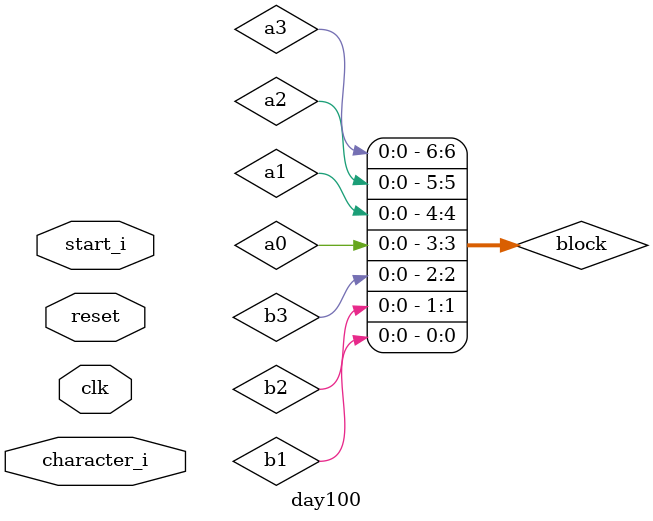
<source format=sv>
module day100 #(
  parameter MAX_CYCLES_PER_CHAR = 500
)(
  input     wire      clk,
  input     wire      reset,

  input     wire      start_i,
  input     wire[9:0] character_i
);

  localparam SPACE_CYCLES = (MAX_CYCLES_PER_CHAR/5);
  localparam MAX_VALID_CYCLES = MAX_CYCLES_PER_CHAR - (2*SPACE_CYCLES);
  localparam VERTICAL_WIDTH = SPACE_CYCLES - (SPACE_CYCLES/5);

  logic        a0;
  logic        a1;
  logic        a2;
  logic        a3;
  logic        b1;
  logic        b2;
  logic        b3;
  logic        plot_a0;
  logic        plot_a2;
  logic        plot_a3_a1;
  logic        plot_b2;
  logic        plot_b3_b1;
  logic [6:0]  block;
  logic [31:0] cnt_q;
  logic [31:0] nxt_cnt;
  logic        start_seen_q;

  always_ff @(posedge clk or posedge reset)
    if (reset)
      start_seen_q <= 1'b0;
    else if (start_i)
      start_seen_q <= 1'b1;

  assign {a3, a2, a1, a0,
              b3, b2, b1} = block;

  always_comb begin
    case (character_i)
      //Character A
      //                 a3,   a2,   a1,   a0,   b3,   b2,   b1
      10'd65: block = {1'b1, 1'b1, 1'b1, 1'b1, 1'b1, 1'b0, 1'b1};
      //Character B
      //                 a3,   a2,   a1,   a0,   b3,   b2,   b1
      10'd66: block = {1'b1, 1'b1, 1'b0, 1'b0, 1'b1, 1'b1, 1'b1};
      //Character C
      //                 a3,   a2,   a1,   a0,   b3,   b2,   b1
      10'd67: block = {1'b1, 1'b0, 1'b0, 1'b1, 1'b1, 1'b1, 1'b0};
      //Character D
      //                 a3,   a2,   a1,   a0,   b3,   b2,   b1
      10'd68: block = {1'b0, 1'b1, 1'b1, 1'b0, 1'b1, 1'b1, 1'b1};
      //Character E
      //                 a3,   a2,   a1,   a0,   b3,   b2,   b1
      10'd69: block = {1'b1, 1'b1, 1'b0, 1'b1, 1'b1, 1'b1, 1'b0};
      //Character F
      //                 a3,   a2,   a1,   a0,   b3,   b2,   b1
      10'd70: block = {1'b1, 1'b1, 1'b0, 1'b1, 1'b1, 1'b0, 1'b0};
      //Character G
      //                 a3,   a2,   a1,   a0,   b3,   b2,   b1
      10'd71: block = {1'b1, 1'b0, 1'b0, 1'b1, 1'b1, 1'b1, 1'b1};
      //Character H
      //                 a3,   a2,   a1,   a0,   b3,   b2,   b1
      10'd72: block = {1'b1, 1'b1, 1'b1, 1'b0, 1'b1, 1'b0, 1'b1};
      //Character I
      //                 a3,   a2,   a1,   a0,   b3,   b2,   b1
      10'd73: block = {1'b1, 1'b0, 1'b0, 1'b0, 1'b1, 1'b0, 1'b0};
      //Character J
      //                 a3,   a2,   a1,   a0,   b3,   b2,   b1
      10'd74: block = {1'b0, 1'b0, 1'b1, 1'b0, 1'b0, 1'b1, 1'b1};
      //Character K
      //                 a3,   a2,   a1,   a0,   b3,   b2,   b1
      10'd75: block = {1'b1, 1'b1, 1'b0, 1'b1, 1'b1, 1'b0, 1'b1};
      //Character L
      //                 a3,   a2,   a1,   a0,   b3,   b2,   b1
      10'd76: block = {1'b1, 1'b0, 1'b0, 1'b0, 1'b1, 1'b1, 1'b0};
      //Character M
      //                 a3,   a2,   a1,   a0,   b3,   b2,   b1
      10'd77: block = {1'b0, 1'b1, 1'b0, 1'b1, 1'b1, 1'b0, 1'b1};
      //Character N
      //                 a3,   a2,   a1,   a0,   b3,   b2,   b1
      10'd78: block = {1'b0, 1'b1, 1'b0, 1'b0, 1'b1, 1'b0, 1'b1};
      //Character O
      //                 a3,   a2,   a1,   a0,   b3,   b2,   b1
      10'd79: block = {1'b0, 1'b1, 1'b0, 1'b0, 1'b1, 1'b1, 1'b1};
      //Character P
      //                 a3,   a2,   a1,   a0,   b3,   b2,   b1
      10'd80: block = {1'b1, 1'b1, 1'b1, 1'b1, 1'b1, 1'b0, 1'b0};
      //Character Q
      //                 a3,   a2,   a1,   a0,   b3,   b2,   b1
      10'd81: block = {1'b1, 1'b1, 1'b1, 1'b1, 1'b0, 1'b0, 1'b1};
      //Character R
      //                 a3,   a2,   a1,   a0,   b3,   b2,   b1
      10'd82: block = {1'b0, 1'b1, 1'b0, 1'b0, 1'b1, 1'b0, 1'b0};
      //Character S
      //                 a3,   a2,   a1,   a0,   b3,   b2,   b1
      10'd83: block = {1'b1, 1'b0, 1'b0, 1'b1, 1'b0, 1'b1, 1'b1};
      //Character T
      //                 a3,   a2,   a1,   a0,   b3,   b2,   b1
      10'd84: block = {1'b1, 1'b1, 1'b0, 1'b0, 1'b1, 1'b1, 1'b0};
      //Character U
      //                 a3,   a2,   a1,   a0,   b3,   b2,   b1
      10'd85: block = {1'b0, 1'b0, 1'b0, 1'b0, 1'b1, 1'b1, 1'b1};
      //Character V
      //                 a3,   a2,   a1,   a0,   b3,   b2,   b1
      10'd86: block = {1'b1, 1'b0, 1'b1, 1'b0, 1'b0, 1'b1, 1'b0};
      //Character W
      //                 a3,   a2,   a1,   a0,   b3,   b2,   b1
      10'd87: block = {1'b1, 1'b1, 1'b1, 1'b0, 1'b0, 1'b1, 1'b0};
      //Character X
      //                 a3,   a2,   a1,   a0,   b3,   b2,   b1
      10'd88: block = {1'b0, 1'b0, 1'b0, 1'b0, 1'b1, 1'b0, 1'b1};
      //Character Y
      //                 a3,   a2,   a1,   a0,   b3,   b2,   b1
      10'd89: block = {1'b1, 1'b1, 1'b1, 1'b0, 1'b0, 1'b1, 1'b1};
      //Character Z
      //                 a3,   a2,   a1,   a0,   b3,   b2,   b1
      10'd90: block = {1'b0, 1'b0, 1'b1, 1'b1, 1'b1, 1'b1, 1'b0};
      //Character 0
      //                 a3,   a2,   a1,   a0,   b3,   b2,   b1
      10'd48: block = {1'b1, 1'b0, 1'b1, 1'b1, 1'b1, 1'b1, 1'b1};
      //Character 1
      //                 a3,   a2,   a1,   a0,   b3,   b2,   b1
      10'd49: block = {1'b0, 1'b0, 1'b1, 1'b0, 1'b0, 1'b0, 1'b1};
      //Character 2
      //                 a3,   a2,   a1,   a0,   b3,   b2,   b1
      10'd50: block = {1'b0, 1'b1, 1'b1, 1'b1, 1'b1, 1'b1, 1'b0};
      //Character 3
      //                 a3,   a2,   a1,   a0,   b3,   b2,   b1
      10'd51: block = {1'b0, 1'b1, 1'b1, 1'b1, 1'b0, 1'b1, 1'b1};
      //Character 4
      //                 a3,   a2,   a1,   a0,   b3,   b2,   b1
      10'd52: block = {1'b1, 1'b1, 1'b1, 1'b0, 1'b0, 1'b0, 1'b1};
      //Character 5
      //                 a3,   a2,   a1,   a0,   b3,   b2,   b1
      10'd53: block = {1'b1, 1'b1, 1'b0, 1'b1, 1'b0, 1'b1, 1'b1};
      //Character 6
      //                 a3,   a2,   a1,   a0,   b3,   b2,   b1
      10'd54: block = {1'b1, 1'b1, 1'b0, 1'b1, 1'b1, 1'b1, 1'b1};
      //Character 7
      //                 a3,   a2,   a1,   a0,   b3,   b2,   b1
      10'd55: block = {1'b0, 1'b0, 1'b1, 1'b1, 1'b0, 1'b0, 1'b1};
      //Character 8
      //                 a3,   a2,   a1,   a0,   b3,   b2,   b1
      10'd56: block = {1'b1, 1'b1, 1'b1, 1'b1, 1'b1, 1'b1, 1'b1};
      //Character 9
      //                 a3,   a2,   a1,   a0,   b3,   b2,   b1
      10'd57: block = {1'b1, 1'b1, 1'b1, 1'b1, 1'b0, 1'b1, 1'b1};
      default: block = '0;
    endcase
  end

  always_ff @(posedge clk or posedge reset)
    if (reset)
      cnt_q <= 32'h0;
    else if (start_seen_q)
      cnt_q <= nxt_cnt;

  assign nxt_cnt = (cnt_q == MAX_CYCLES_PER_CHAR) ? 32'h0 : cnt_q + 32'h1;

  assign plot_a0    = ((cnt_q >= VERTICAL_WIDTH) & (cnt_q < MAX_VALID_CYCLES)) & clk & a0;
  assign plot_a3_a1 = (((cnt_q >= 32'h0) & (cnt_q < VERTICAL_WIDTH)) & clk & a3) |
                      (((cnt_q >= MAX_VALID_CYCLES) & (cnt_q < (MAX_VALID_CYCLES + VERTICAL_WIDTH))) & clk & a1);
  assign plot_a2    = ((cnt_q >= VERTICAL_WIDTH) & (cnt_q < MAX_VALID_CYCLES)) & clk & a2;
  assign plot_b2    = ((cnt_q >= VERTICAL_WIDTH) & (cnt_q < MAX_VALID_CYCLES)) & clk & b2;
  assign plot_b3_b1 = (((cnt_q >= 32'h0) & (cnt_q < VERTICAL_WIDTH)) & clk & b3) |
                      (((cnt_q >= MAX_VALID_CYCLES) & (cnt_q < (MAX_VALID_CYCLES + VERTICAL_WIDTH))) & clk & b1);

endmodule

</source>
